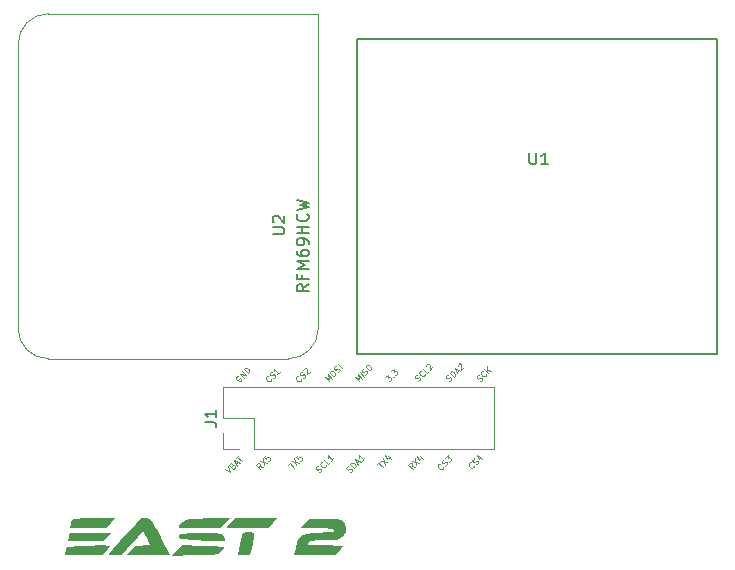
<source format=gbr>
%TF.GenerationSoftware,KiCad,Pcbnew,(6.0.7)*%
%TF.CreationDate,2023-04-01T23:13:22-04:00*%
%TF.ProjectId,EAST_GPS,45415354-5f47-4505-932e-6b696361645f,rev?*%
%TF.SameCoordinates,Original*%
%TF.FileFunction,Legend,Top*%
%TF.FilePolarity,Positive*%
%FSLAX46Y46*%
G04 Gerber Fmt 4.6, Leading zero omitted, Abs format (unit mm)*
G04 Created by KiCad (PCBNEW (6.0.7)) date 2023-04-01 23:13:22*
%MOMM*%
%LPD*%
G01*
G04 APERTURE LIST*
%ADD10C,0.150000*%
%ADD11C,0.125000*%
%ADD12C,0.300000*%
%ADD13C,0.120000*%
G04 APERTURE END LIST*
D10*
X143002000Y-84836000D02*
X173482000Y-84836000D01*
X173482000Y-84836000D02*
X173482000Y-111506000D01*
X173482000Y-111506000D02*
X143002000Y-111506000D01*
X143002000Y-111506000D02*
X143002000Y-84836000D01*
D11*
X150317784Y-121054353D02*
X150317784Y-121088025D01*
X150284112Y-121155368D01*
X150250441Y-121189040D01*
X150183097Y-121222712D01*
X150115754Y-121222712D01*
X150065246Y-121205876D01*
X149981067Y-121155368D01*
X149930559Y-121104861D01*
X149880051Y-121020681D01*
X149863216Y-120970174D01*
X149863216Y-120902830D01*
X149896887Y-120835487D01*
X149930559Y-120801815D01*
X149997903Y-120768143D01*
X150031574Y-120768143D01*
X150469307Y-120936502D02*
X150536651Y-120902830D01*
X150620830Y-120818651D01*
X150637666Y-120768143D01*
X150637666Y-120734471D01*
X150620830Y-120683964D01*
X150587158Y-120650292D01*
X150536651Y-120633456D01*
X150502979Y-120633456D01*
X150452471Y-120650292D01*
X150368292Y-120700800D01*
X150317784Y-120717635D01*
X150284112Y-120717635D01*
X150233605Y-120700800D01*
X150199933Y-120667128D01*
X150183097Y-120616620D01*
X150183097Y-120582948D01*
X150199933Y-120532441D01*
X150284112Y-120448261D01*
X150351456Y-120414590D01*
X150452471Y-120279903D02*
X150671338Y-120061036D01*
X150688174Y-120313574D01*
X150738681Y-120263067D01*
X150789189Y-120246231D01*
X150822861Y-120246231D01*
X150873368Y-120263067D01*
X150957548Y-120347246D01*
X150974383Y-120397754D01*
X150974383Y-120431425D01*
X150957548Y-120481933D01*
X150856532Y-120582948D01*
X150806025Y-120599784D01*
X150772353Y-120599784D01*
X148194649Y-113762360D02*
X148261992Y-113728688D01*
X148346172Y-113644509D01*
X148363008Y-113594001D01*
X148363008Y-113560330D01*
X148346172Y-113509822D01*
X148312500Y-113476150D01*
X148261992Y-113459314D01*
X148228321Y-113459314D01*
X148177813Y-113476150D01*
X148093634Y-113526658D01*
X148043126Y-113543494D01*
X148009454Y-113543494D01*
X147958947Y-113526658D01*
X147925275Y-113492986D01*
X147908439Y-113442478D01*
X147908439Y-113408807D01*
X147925275Y-113358299D01*
X148009454Y-113274120D01*
X148076798Y-113240448D01*
X148733397Y-113189940D02*
X148733397Y-113223612D01*
X148699725Y-113290956D01*
X148666053Y-113324627D01*
X148598710Y-113358299D01*
X148531366Y-113358299D01*
X148480859Y-113341463D01*
X148396679Y-113290956D01*
X148346172Y-113240448D01*
X148295664Y-113156269D01*
X148278828Y-113105761D01*
X148278828Y-113038417D01*
X148312500Y-112971074D01*
X148346172Y-112937402D01*
X148413515Y-112903730D01*
X148447187Y-112903730D01*
X149086950Y-112903730D02*
X148918591Y-113072089D01*
X148565038Y-112718536D01*
X148868084Y-112482834D02*
X148868084Y-112449162D01*
X148884920Y-112398654D01*
X148969099Y-112314475D01*
X149019607Y-112297639D01*
X149053278Y-112297639D01*
X149103786Y-112314475D01*
X149137458Y-112348147D01*
X149171130Y-112415490D01*
X149171130Y-112819551D01*
X149389996Y-112600685D01*
X135009856Y-121037225D02*
X134723646Y-120986717D01*
X134807825Y-121239255D02*
X134454272Y-120885702D01*
X134588959Y-120751015D01*
X134639467Y-120734179D01*
X134673138Y-120734179D01*
X134723646Y-120751015D01*
X134774154Y-120801522D01*
X134790990Y-120852030D01*
X134790990Y-120885702D01*
X134774154Y-120936209D01*
X134639467Y-121070896D01*
X134774154Y-120565820D02*
X135363409Y-120683671D01*
X135009856Y-120330118D02*
X135127707Y-120919374D01*
X135312902Y-120027072D02*
X135144543Y-120195431D01*
X135296066Y-120380625D01*
X135296066Y-120346954D01*
X135312902Y-120296446D01*
X135397081Y-120212267D01*
X135447589Y-120195431D01*
X135481261Y-120195431D01*
X135531768Y-120212267D01*
X135615948Y-120296446D01*
X135632783Y-120346954D01*
X135632783Y-120380625D01*
X135615948Y-120431133D01*
X135531768Y-120515312D01*
X135481261Y-120532148D01*
X135447589Y-120532148D01*
X132903849Y-113325797D02*
X132853341Y-113342633D01*
X132802834Y-113393140D01*
X132769162Y-113460484D01*
X132769162Y-113527827D01*
X132785998Y-113578335D01*
X132836505Y-113662514D01*
X132887013Y-113713022D01*
X132971192Y-113763530D01*
X133021700Y-113780365D01*
X133089043Y-113780365D01*
X133156387Y-113746694D01*
X133190059Y-113713022D01*
X133223730Y-113645678D01*
X133223730Y-113612007D01*
X133105879Y-113494156D01*
X133038536Y-113561499D01*
X133408925Y-113494156D02*
X133055372Y-113140602D01*
X133610956Y-113292125D01*
X133257402Y-112938572D01*
X133779314Y-113123766D02*
X133425761Y-112770213D01*
X133509940Y-112686034D01*
X133577284Y-112652362D01*
X133644627Y-112652362D01*
X133695135Y-112669198D01*
X133779314Y-112719705D01*
X133829822Y-112770213D01*
X133880330Y-112854392D01*
X133897165Y-112904900D01*
X133897165Y-112972243D01*
X133863494Y-113039587D01*
X133779314Y-113123766D01*
X143165156Y-113796324D02*
X142811603Y-113442771D01*
X143181992Y-113577458D01*
X143047305Y-113207069D01*
X143400859Y-113560622D01*
X143569217Y-113392263D02*
X143215664Y-113038710D01*
X143703904Y-113223904D02*
X143771248Y-113190233D01*
X143855427Y-113106053D01*
X143872263Y-113055546D01*
X143872263Y-113021874D01*
X143855427Y-112971366D01*
X143821756Y-112937695D01*
X143771248Y-112920859D01*
X143737576Y-112920859D01*
X143687069Y-112937695D01*
X143602889Y-112988202D01*
X143552382Y-113005038D01*
X143518710Y-113005038D01*
X143468202Y-112988202D01*
X143434530Y-112954530D01*
X143417695Y-112904023D01*
X143417695Y-112870351D01*
X143434530Y-112819843D01*
X143518710Y-112735664D01*
X143586053Y-112701992D01*
X143788084Y-112466290D02*
X143855427Y-112398947D01*
X143905935Y-112382111D01*
X143973278Y-112382111D01*
X144057458Y-112432618D01*
X144175309Y-112550469D01*
X144225817Y-112634649D01*
X144225817Y-112701992D01*
X144208981Y-112752500D01*
X144141637Y-112819843D01*
X144091130Y-112836679D01*
X144023786Y-112836679D01*
X143939607Y-112786172D01*
X143821756Y-112668321D01*
X143771248Y-112584141D01*
X143771248Y-112516798D01*
X143788084Y-112466290D01*
X144707454Y-120792520D02*
X144909485Y-120590489D01*
X145162023Y-121045058D02*
X144808469Y-120691504D01*
X144993664Y-120506310D02*
X145582920Y-120624161D01*
X145229366Y-120270608D02*
X145347217Y-120859863D01*
X145633427Y-120102249D02*
X145869130Y-120337951D01*
X145414561Y-120051741D02*
X145582920Y-120388459D01*
X145801786Y-120169592D01*
X145384398Y-113460776D02*
X145603264Y-113241910D01*
X145620100Y-113494448D01*
X145670608Y-113443940D01*
X145721115Y-113427104D01*
X145754787Y-113427104D01*
X145805295Y-113443940D01*
X145889474Y-113528120D01*
X145906310Y-113578627D01*
X145906310Y-113612299D01*
X145889474Y-113662807D01*
X145788459Y-113763822D01*
X145737951Y-113780658D01*
X145704279Y-113780658D01*
X146074669Y-113410269D02*
X146108340Y-113410269D01*
X146108340Y-113443940D01*
X146074669Y-113443940D01*
X146074669Y-113410269D01*
X146108340Y-113443940D01*
X145889474Y-112955700D02*
X146108340Y-112736834D01*
X146125176Y-112989372D01*
X146175684Y-112938864D01*
X146226191Y-112922028D01*
X146259863Y-112922028D01*
X146310371Y-112938864D01*
X146394550Y-113023043D01*
X146411386Y-113073551D01*
X146411386Y-113107223D01*
X146394550Y-113157730D01*
X146293535Y-113258746D01*
X146243027Y-113275582D01*
X146209356Y-113275582D01*
X150827831Y-113770778D02*
X150895174Y-113737106D01*
X150979354Y-113652927D01*
X150996190Y-113602419D01*
X150996190Y-113568748D01*
X150979354Y-113518240D01*
X150945682Y-113484568D01*
X150895174Y-113467732D01*
X150861503Y-113467732D01*
X150810995Y-113484568D01*
X150726816Y-113535076D01*
X150676308Y-113551912D01*
X150642636Y-113551912D01*
X150592129Y-113535076D01*
X150558457Y-113501404D01*
X150541621Y-113450896D01*
X150541621Y-113417225D01*
X150558457Y-113366717D01*
X150642636Y-113282538D01*
X150709980Y-113248866D01*
X151198220Y-113434061D02*
X150844667Y-113080507D01*
X150928846Y-112996328D01*
X150996190Y-112962656D01*
X151063533Y-112962656D01*
X151114041Y-112979492D01*
X151198220Y-113029999D01*
X151248728Y-113080507D01*
X151299235Y-113164687D01*
X151316071Y-113215194D01*
X151316071Y-113282538D01*
X151282400Y-113349881D01*
X151198220Y-113434061D01*
X151433922Y-112996328D02*
X151602281Y-112827969D01*
X151501266Y-113131015D02*
X151265564Y-112659610D01*
X151736968Y-112895312D01*
X151518102Y-112474416D02*
X151518102Y-112440744D01*
X151534938Y-112390236D01*
X151619117Y-112306057D01*
X151669625Y-112289221D01*
X151703296Y-112289221D01*
X151753804Y-112306057D01*
X151787476Y-112339729D01*
X151821148Y-112407072D01*
X151821148Y-112811133D01*
X152040014Y-112592267D01*
X153409336Y-113780073D02*
X153476679Y-113746401D01*
X153560859Y-113662222D01*
X153577695Y-113611714D01*
X153577695Y-113578043D01*
X153560859Y-113527535D01*
X153527187Y-113493863D01*
X153476679Y-113477027D01*
X153443008Y-113477027D01*
X153392500Y-113493863D01*
X153308321Y-113544371D01*
X153257813Y-113561207D01*
X153224141Y-113561207D01*
X153173634Y-113544371D01*
X153139962Y-113510699D01*
X153123126Y-113460191D01*
X153123126Y-113426520D01*
X153139962Y-113376012D01*
X153224141Y-113291833D01*
X153291485Y-113258161D01*
X153948084Y-113207653D02*
X153948084Y-113241325D01*
X153914412Y-113308669D01*
X153880740Y-113342340D01*
X153813397Y-113376012D01*
X153746053Y-113376012D01*
X153695546Y-113359176D01*
X153611366Y-113308669D01*
X153560859Y-113258161D01*
X153510351Y-113173982D01*
X153493515Y-113123474D01*
X153493515Y-113056130D01*
X153527187Y-112988787D01*
X153560859Y-112955115D01*
X153628202Y-112921443D01*
X153661874Y-112921443D01*
X154133278Y-113089802D02*
X153779725Y-112736249D01*
X154335309Y-112887772D02*
X153981756Y-112837264D01*
X153981756Y-112534218D02*
X153981756Y-112938279D01*
X138278184Y-113637553D02*
X138278184Y-113671225D01*
X138244512Y-113738568D01*
X138210841Y-113772240D01*
X138143497Y-113805912D01*
X138076154Y-113805912D01*
X138025646Y-113789076D01*
X137941467Y-113738568D01*
X137890959Y-113688061D01*
X137840451Y-113603881D01*
X137823616Y-113553374D01*
X137823616Y-113486030D01*
X137857287Y-113418687D01*
X137890959Y-113385015D01*
X137958303Y-113351343D01*
X137991974Y-113351343D01*
X138429707Y-113519702D02*
X138497051Y-113486030D01*
X138581230Y-113401851D01*
X138598066Y-113351343D01*
X138598066Y-113317671D01*
X138581230Y-113267164D01*
X138547558Y-113233492D01*
X138497051Y-113216656D01*
X138463379Y-113216656D01*
X138412871Y-113233492D01*
X138328692Y-113284000D01*
X138278184Y-113300835D01*
X138244512Y-113300835D01*
X138194005Y-113284000D01*
X138160333Y-113250328D01*
X138143497Y-113199820D01*
X138143497Y-113166148D01*
X138160333Y-113115641D01*
X138244512Y-113031461D01*
X138311856Y-112997790D01*
X138463379Y-112879938D02*
X138463379Y-112846267D01*
X138480215Y-112795759D01*
X138564394Y-112711580D01*
X138614902Y-112694744D01*
X138648574Y-112694744D01*
X138699081Y-112711580D01*
X138732753Y-112745251D01*
X138766425Y-112812595D01*
X138766425Y-113216656D01*
X138985291Y-112997790D01*
X152908584Y-120952753D02*
X152908584Y-120986425D01*
X152874912Y-121053768D01*
X152841241Y-121087440D01*
X152773897Y-121121112D01*
X152706554Y-121121112D01*
X152656046Y-121104276D01*
X152571867Y-121053768D01*
X152521359Y-121003261D01*
X152470851Y-120919081D01*
X152454016Y-120868574D01*
X152454016Y-120801230D01*
X152487687Y-120733887D01*
X152521359Y-120700215D01*
X152588703Y-120666543D01*
X152622374Y-120666543D01*
X153060107Y-120834902D02*
X153127451Y-120801230D01*
X153211630Y-120717051D01*
X153228466Y-120666543D01*
X153228466Y-120632871D01*
X153211630Y-120582364D01*
X153177958Y-120548692D01*
X153127451Y-120531856D01*
X153093779Y-120531856D01*
X153043271Y-120548692D01*
X152959092Y-120599200D01*
X152908584Y-120616035D01*
X152874912Y-120616035D01*
X152824405Y-120599200D01*
X152790733Y-120565528D01*
X152773897Y-120515020D01*
X152773897Y-120481348D01*
X152790733Y-120430841D01*
X152874912Y-120346661D01*
X152942256Y-120312990D01*
X153346317Y-120110959D02*
X153582019Y-120346661D01*
X153127451Y-120060451D02*
X153295809Y-120397169D01*
X153514676Y-120178303D01*
X140625156Y-113796324D02*
X140271603Y-113442771D01*
X140641992Y-113577458D01*
X140507305Y-113207069D01*
X140860859Y-113560622D01*
X140743008Y-112971366D02*
X140810351Y-112904023D01*
X140860859Y-112887187D01*
X140928202Y-112887187D01*
X141012382Y-112937695D01*
X141130233Y-113055546D01*
X141180740Y-113139725D01*
X141180740Y-113207069D01*
X141163904Y-113257576D01*
X141096561Y-113324920D01*
X141046053Y-113341756D01*
X140978710Y-113341756D01*
X140894530Y-113291248D01*
X140776679Y-113173397D01*
X140726172Y-113089217D01*
X140726172Y-113021874D01*
X140743008Y-112971366D01*
X141365935Y-113021874D02*
X141433278Y-112988202D01*
X141517458Y-112904023D01*
X141534294Y-112853515D01*
X141534294Y-112819843D01*
X141517458Y-112769336D01*
X141483786Y-112735664D01*
X141433278Y-112718828D01*
X141399607Y-112718828D01*
X141349099Y-112735664D01*
X141264920Y-112786172D01*
X141214412Y-112803008D01*
X141180740Y-112803008D01*
X141130233Y-112786172D01*
X141096561Y-112752500D01*
X141079725Y-112701992D01*
X141079725Y-112668321D01*
X141096561Y-112617813D01*
X141180740Y-112533634D01*
X141248084Y-112499962D01*
X141736324Y-112685156D02*
X141382771Y-112331603D01*
X139812649Y-121483960D02*
X139879992Y-121450288D01*
X139964172Y-121366109D01*
X139981008Y-121315601D01*
X139981008Y-121281930D01*
X139964172Y-121231422D01*
X139930500Y-121197750D01*
X139879992Y-121180914D01*
X139846321Y-121180914D01*
X139795813Y-121197750D01*
X139711634Y-121248258D01*
X139661126Y-121265094D01*
X139627454Y-121265094D01*
X139576947Y-121248258D01*
X139543275Y-121214586D01*
X139526439Y-121164078D01*
X139526439Y-121130407D01*
X139543275Y-121079899D01*
X139627454Y-120995720D01*
X139694798Y-120962048D01*
X140351397Y-120911540D02*
X140351397Y-120945212D01*
X140317725Y-121012556D01*
X140284053Y-121046227D01*
X140216710Y-121079899D01*
X140149366Y-121079899D01*
X140098859Y-121063063D01*
X140014679Y-121012556D01*
X139964172Y-120962048D01*
X139913664Y-120877869D01*
X139896828Y-120827361D01*
X139896828Y-120760017D01*
X139930500Y-120692674D01*
X139964172Y-120659002D01*
X140031515Y-120625330D01*
X140065187Y-120625330D01*
X140704950Y-120625330D02*
X140536591Y-120793689D01*
X140183038Y-120440136D01*
X141007996Y-120322285D02*
X140805965Y-120524315D01*
X140906981Y-120423300D02*
X140553427Y-120069747D01*
X140570263Y-120153926D01*
X140570263Y-120221269D01*
X140553427Y-120271777D01*
X135738184Y-113637553D02*
X135738184Y-113671225D01*
X135704512Y-113738568D01*
X135670841Y-113772240D01*
X135603497Y-113805912D01*
X135536154Y-113805912D01*
X135485646Y-113789076D01*
X135401467Y-113738568D01*
X135350959Y-113688061D01*
X135300451Y-113603881D01*
X135283616Y-113553374D01*
X135283616Y-113486030D01*
X135317287Y-113418687D01*
X135350959Y-113385015D01*
X135418303Y-113351343D01*
X135451974Y-113351343D01*
X135889707Y-113519702D02*
X135957051Y-113486030D01*
X136041230Y-113401851D01*
X136058066Y-113351343D01*
X136058066Y-113317671D01*
X136041230Y-113267164D01*
X136007558Y-113233492D01*
X135957051Y-113216656D01*
X135923379Y-113216656D01*
X135872871Y-113233492D01*
X135788692Y-113284000D01*
X135738184Y-113300835D01*
X135704512Y-113300835D01*
X135654005Y-113284000D01*
X135620333Y-113250328D01*
X135603497Y-113199820D01*
X135603497Y-113166148D01*
X135620333Y-113115641D01*
X135704512Y-113031461D01*
X135771856Y-112997790D01*
X136445291Y-112997790D02*
X136243261Y-113199820D01*
X136344276Y-113098805D02*
X135990722Y-112745251D01*
X136007558Y-112829431D01*
X136007558Y-112896774D01*
X135990722Y-112947282D01*
X137189054Y-120843320D02*
X137391085Y-120641289D01*
X137643623Y-121095858D02*
X137290069Y-120742304D01*
X137475264Y-120557110D02*
X138064520Y-120674961D01*
X137710966Y-120321408D02*
X137828817Y-120910663D01*
X138014012Y-120018362D02*
X137845653Y-120186721D01*
X137997176Y-120371915D01*
X137997176Y-120338243D01*
X138014012Y-120287736D01*
X138098191Y-120203556D01*
X138148699Y-120186721D01*
X138182371Y-120186721D01*
X138232878Y-120203556D01*
X138317058Y-120287736D01*
X138333894Y-120338243D01*
X138333894Y-120371915D01*
X138317058Y-120422423D01*
X138232878Y-120506602D01*
X138182371Y-120523438D01*
X138148699Y-120523438D01*
X142395031Y-121492378D02*
X142462374Y-121458706D01*
X142546554Y-121374527D01*
X142563390Y-121324019D01*
X142563390Y-121290348D01*
X142546554Y-121239840D01*
X142512882Y-121206168D01*
X142462374Y-121189332D01*
X142428703Y-121189332D01*
X142378195Y-121206168D01*
X142294016Y-121256676D01*
X142243508Y-121273512D01*
X142209836Y-121273512D01*
X142159329Y-121256676D01*
X142125657Y-121223004D01*
X142108821Y-121172496D01*
X142108821Y-121138825D01*
X142125657Y-121088317D01*
X142209836Y-121004138D01*
X142277180Y-120970466D01*
X142765420Y-121155661D02*
X142411867Y-120802107D01*
X142496046Y-120717928D01*
X142563390Y-120684256D01*
X142630733Y-120684256D01*
X142681241Y-120701092D01*
X142765420Y-120751599D01*
X142815928Y-120802107D01*
X142866435Y-120886287D01*
X142883271Y-120936794D01*
X142883271Y-121004138D01*
X142849600Y-121071481D01*
X142765420Y-121155661D01*
X143001122Y-120717928D02*
X143169481Y-120549569D01*
X143068466Y-120852615D02*
X142832764Y-120381210D01*
X143304168Y-120616912D01*
X143607214Y-120313867D02*
X143405183Y-120515897D01*
X143506199Y-120414882D02*
X143152645Y-120061329D01*
X143169481Y-120145508D01*
X143169481Y-120212851D01*
X143152645Y-120263359D01*
X131813549Y-121240425D02*
X132284954Y-121476127D01*
X132049251Y-121004722D01*
X132453312Y-120937379D02*
X132520656Y-120903707D01*
X132554328Y-120903707D01*
X132604835Y-120920543D01*
X132655343Y-120971051D01*
X132672179Y-121021558D01*
X132672179Y-121055230D01*
X132655343Y-121105738D01*
X132520656Y-121240425D01*
X132167103Y-120886871D01*
X132284954Y-120769020D01*
X132335461Y-120752184D01*
X132369133Y-120752184D01*
X132419641Y-120769020D01*
X132453312Y-120802692D01*
X132470148Y-120853200D01*
X132470148Y-120886871D01*
X132453312Y-120937379D01*
X132335461Y-121055230D01*
X132756358Y-120802692D02*
X132924717Y-120634333D01*
X132823702Y-120937379D02*
X132588000Y-120465974D01*
X133059404Y-120701677D01*
X132773194Y-120280780D02*
X132975225Y-120078749D01*
X133227763Y-120533318D02*
X132874209Y-120179764D01*
X147913056Y-121037225D02*
X147626846Y-120986717D01*
X147711025Y-121239255D02*
X147357472Y-120885702D01*
X147492159Y-120751015D01*
X147542667Y-120734179D01*
X147576338Y-120734179D01*
X147626846Y-120751015D01*
X147677354Y-120801522D01*
X147694190Y-120852030D01*
X147694190Y-120885702D01*
X147677354Y-120936209D01*
X147542667Y-121070896D01*
X147677354Y-120565820D02*
X148266609Y-120683671D01*
X147913056Y-120330118D02*
X148030907Y-120919374D01*
X148317117Y-120161759D02*
X148552819Y-120397461D01*
X148098251Y-120111251D02*
X148266609Y-120447969D01*
X148485476Y-120229103D01*
D12*
%TO.C,*%
D10*
%TO.C,U2*%
X135850380Y-101345904D02*
X136659904Y-101345904D01*
X136755142Y-101298285D01*
X136802761Y-101250666D01*
X136850380Y-101155428D01*
X136850380Y-100964952D01*
X136802761Y-100869714D01*
X136755142Y-100822095D01*
X136659904Y-100774476D01*
X135850380Y-100774476D01*
X135945619Y-100345904D02*
X135898000Y-100298285D01*
X135850380Y-100203047D01*
X135850380Y-99964952D01*
X135898000Y-99869714D01*
X135945619Y-99822095D01*
X136040857Y-99774476D01*
X136136095Y-99774476D01*
X136278952Y-99822095D01*
X136850380Y-100393523D01*
X136850380Y-99774476D01*
X138902380Y-105598095D02*
X138426190Y-105931428D01*
X138902380Y-106169523D02*
X137902380Y-106169523D01*
X137902380Y-105788571D01*
X137950000Y-105693333D01*
X137997619Y-105645714D01*
X138092857Y-105598095D01*
X138235714Y-105598095D01*
X138330952Y-105645714D01*
X138378571Y-105693333D01*
X138426190Y-105788571D01*
X138426190Y-106169523D01*
X138378571Y-104836190D02*
X138378571Y-105169523D01*
X138902380Y-105169523D02*
X137902380Y-105169523D01*
X137902380Y-104693333D01*
X138902380Y-104312380D02*
X137902380Y-104312380D01*
X138616666Y-103979047D01*
X137902380Y-103645714D01*
X138902380Y-103645714D01*
X137902380Y-102740952D02*
X137902380Y-102931428D01*
X137950000Y-103026666D01*
X137997619Y-103074285D01*
X138140476Y-103169523D01*
X138330952Y-103217142D01*
X138711904Y-103217142D01*
X138807142Y-103169523D01*
X138854761Y-103121904D01*
X138902380Y-103026666D01*
X138902380Y-102836190D01*
X138854761Y-102740952D01*
X138807142Y-102693333D01*
X138711904Y-102645714D01*
X138473809Y-102645714D01*
X138378571Y-102693333D01*
X138330952Y-102740952D01*
X138283333Y-102836190D01*
X138283333Y-103026666D01*
X138330952Y-103121904D01*
X138378571Y-103169523D01*
X138473809Y-103217142D01*
X138902380Y-102169523D02*
X138902380Y-101979047D01*
X138854761Y-101883809D01*
X138807142Y-101836190D01*
X138664285Y-101740952D01*
X138473809Y-101693333D01*
X138092857Y-101693333D01*
X137997619Y-101740952D01*
X137950000Y-101788571D01*
X137902380Y-101883809D01*
X137902380Y-102074285D01*
X137950000Y-102169523D01*
X137997619Y-102217142D01*
X138092857Y-102264761D01*
X138330952Y-102264761D01*
X138426190Y-102217142D01*
X138473809Y-102169523D01*
X138521428Y-102074285D01*
X138521428Y-101883809D01*
X138473809Y-101788571D01*
X138426190Y-101740952D01*
X138330952Y-101693333D01*
X138902380Y-101264761D02*
X137902380Y-101264761D01*
X138378571Y-101264761D02*
X138378571Y-100693333D01*
X138902380Y-100693333D02*
X137902380Y-100693333D01*
X138807142Y-99645714D02*
X138854761Y-99693333D01*
X138902380Y-99836190D01*
X138902380Y-99931428D01*
X138854761Y-100074285D01*
X138759523Y-100169523D01*
X138664285Y-100217142D01*
X138473809Y-100264761D01*
X138330952Y-100264761D01*
X138140476Y-100217142D01*
X138045238Y-100169523D01*
X137950000Y-100074285D01*
X137902380Y-99931428D01*
X137902380Y-99836190D01*
X137950000Y-99693333D01*
X137997619Y-99645714D01*
X137902380Y-99312380D02*
X138902380Y-99074285D01*
X138188095Y-98883809D01*
X138902380Y-98693333D01*
X137902380Y-98455238D01*
%TO.C,J1*%
X130101380Y-117254533D02*
X130815666Y-117254533D01*
X130958523Y-117302152D01*
X131053761Y-117397390D01*
X131101380Y-117540247D01*
X131101380Y-117635485D01*
X131101380Y-116254533D02*
X131101380Y-116825961D01*
X131101380Y-116540247D02*
X130101380Y-116540247D01*
X130244238Y-116635485D01*
X130339476Y-116730723D01*
X130387095Y-116825961D01*
%TO.C,U1*%
X157607095Y-94435280D02*
X157607095Y-95244804D01*
X157654714Y-95340042D01*
X157702333Y-95387661D01*
X157797571Y-95435280D01*
X157988047Y-95435280D01*
X158083285Y-95387661D01*
X158130904Y-95340042D01*
X158178523Y-95244804D01*
X158178523Y-94435280D01*
X159178523Y-95435280D02*
X158607095Y-95435280D01*
X158892809Y-95435280D02*
X158892809Y-94435280D01*
X158797571Y-94578138D01*
X158702333Y-94673376D01*
X158607095Y-94720995D01*
%TO.C,*%
G36*
X131376659Y-126252940D02*
G01*
X129619300Y-126252940D01*
X129031431Y-126252079D01*
X128592338Y-126248305D01*
X128281465Y-126239831D01*
X128078260Y-126224871D01*
X127962169Y-126201637D01*
X127912636Y-126168344D01*
X127909108Y-126123205D01*
X127914761Y-126104774D01*
X128038345Y-125871967D01*
X128244962Y-125693294D01*
X128491627Y-125564048D01*
X128631560Y-125509947D01*
X128797378Y-125469842D01*
X129015526Y-125441702D01*
X129312451Y-125423493D01*
X129714597Y-125413183D01*
X130248412Y-125408741D01*
X130520444Y-125408133D01*
X132210595Y-125406274D01*
X131376659Y-126252940D01*
G37*
G36*
X130677361Y-126614925D02*
G01*
X130980199Y-126624852D01*
X131101012Y-126636074D01*
X131447603Y-126735528D01*
X131700493Y-126902925D01*
X131827299Y-127113968D01*
X131835960Y-127187572D01*
X131839001Y-127239056D01*
X131835577Y-127278859D01*
X131806873Y-127307709D01*
X131734070Y-127326330D01*
X131598351Y-127335449D01*
X131380899Y-127335793D01*
X131062896Y-127328088D01*
X130625526Y-127313059D01*
X130049971Y-127291433D01*
X129592294Y-127274162D01*
X128938302Y-127238371D01*
X128450418Y-127185961D01*
X128126192Y-127116491D01*
X127963172Y-127029518D01*
X127941294Y-126976553D01*
X127915217Y-126879544D01*
X127894478Y-126822123D01*
X127901379Y-126775786D01*
X127976025Y-126739225D01*
X128139309Y-126709690D01*
X128412120Y-126684432D01*
X128815350Y-126660701D01*
X129282925Y-126639394D01*
X129790587Y-126622266D01*
X130268111Y-126614086D01*
X130677361Y-126614925D01*
G37*
G36*
X120365081Y-126609832D02*
G01*
X120452208Y-126610933D01*
X122137309Y-126633940D01*
X121812116Y-126993774D01*
X121486923Y-127353607D01*
X118524448Y-127353607D01*
X118582793Y-127036107D01*
X118636254Y-126812882D01*
X118693760Y-126667062D01*
X118704122Y-126653267D01*
X118804451Y-126634392D01*
X119047392Y-126619965D01*
X119406263Y-126610632D01*
X119854386Y-126607039D01*
X120365081Y-126609832D01*
G37*
G36*
X125263076Y-125337249D02*
G01*
X125486433Y-125416750D01*
X125500718Y-125427440D01*
X125578715Y-125532934D01*
X125718722Y-125764833D01*
X125906737Y-126098227D01*
X126128761Y-126508206D01*
X126370791Y-126969860D01*
X126404915Y-127036107D01*
X127177322Y-128538940D01*
X123430028Y-128538940D01*
X123801827Y-128126322D01*
X124173627Y-127713704D01*
X125477855Y-127649940D01*
X125206741Y-127081176D01*
X125071023Y-126807263D01*
X124961040Y-126605087D01*
X124897679Y-126512670D01*
X124893294Y-126510610D01*
X124826192Y-126570511D01*
X124668235Y-126737145D01*
X124439120Y-126988983D01*
X124158544Y-127304494D01*
X123966310Y-127523874D01*
X123081659Y-128538940D01*
X122501009Y-128538940D01*
X122198002Y-128536213D01*
X122034850Y-128521072D01*
X121982086Y-128483076D01*
X122010244Y-128411785D01*
X122035804Y-128374118D01*
X122154368Y-128223107D01*
X122358972Y-127981399D01*
X122629407Y-127671272D01*
X122945465Y-127315003D01*
X123286936Y-126934871D01*
X123633613Y-126553151D01*
X123965285Y-126192124D01*
X124261745Y-125874064D01*
X124502783Y-125621252D01*
X124668192Y-125455963D01*
X124731882Y-125402034D01*
X124982095Y-125331370D01*
X125263076Y-125337249D01*
G37*
G36*
X130004136Y-127733242D02*
G01*
X130604200Y-127754422D01*
X131054900Y-127773152D01*
X131376137Y-127791901D01*
X131587810Y-127813137D01*
X131709817Y-127839328D01*
X131762057Y-127872940D01*
X131764431Y-127916443D01*
X131749465Y-127949689D01*
X131627763Y-128098904D01*
X131433302Y-128269448D01*
X131391632Y-128300219D01*
X131295784Y-128363850D01*
X131194199Y-128412431D01*
X131063142Y-128448378D01*
X130878876Y-128474106D01*
X130617666Y-128492031D01*
X130255778Y-128504568D01*
X129769474Y-128514134D01*
X129211294Y-128522126D01*
X127306294Y-128547646D01*
X127741303Y-128109291D01*
X128176313Y-127670937D01*
X130004136Y-127733242D01*
G37*
G36*
X134048786Y-126592227D02*
G01*
X134189072Y-126613179D01*
X134261484Y-126683103D01*
X134276027Y-126830638D01*
X134242703Y-127084425D01*
X134171516Y-127473102D01*
X134160054Y-127534754D01*
X134082049Y-127956872D01*
X134020750Y-128240774D01*
X133956949Y-128413725D01*
X133871435Y-128502991D01*
X133745001Y-128535837D01*
X133558436Y-128539528D01*
X133452574Y-128538940D01*
X132963932Y-128538940D01*
X133118501Y-127643653D01*
X133186231Y-127269274D01*
X133248663Y-126956123D01*
X133297816Y-126742475D01*
X133321512Y-126669986D01*
X133426683Y-126626421D01*
X133645479Y-126597962D01*
X133830624Y-126591607D01*
X134048786Y-126592227D01*
G37*
G36*
X121933629Y-127711657D02*
G01*
X122085559Y-127742387D01*
X122099294Y-127759312D01*
X122043288Y-127849939D01*
X121897961Y-128016881D01*
X121736255Y-128182645D01*
X121373217Y-128538940D01*
X119825550Y-128538940D01*
X119278269Y-128537876D01*
X118878358Y-128533244D01*
X118603860Y-128522887D01*
X118432818Y-128504646D01*
X118343276Y-128476364D01*
X118313276Y-128435882D01*
X118318052Y-128390774D01*
X118367759Y-128192041D01*
X118406712Y-128023021D01*
X118455203Y-127803436D01*
X119663415Y-127748165D01*
X120478401Y-127715115D01*
X121129079Y-127698017D01*
X121614479Y-127696866D01*
X121933629Y-127711657D01*
G37*
G36*
X140275581Y-125432207D02*
G01*
X140777383Y-125440628D01*
X141140008Y-125453618D01*
X141393608Y-125475018D01*
X141568339Y-125508673D01*
X141694353Y-125558425D01*
X141799581Y-125626460D01*
X141994555Y-125868444D01*
X142076873Y-126185004D01*
X142041682Y-126520128D01*
X141901045Y-126797073D01*
X141726261Y-126980629D01*
X141516259Y-127111504D01*
X141241023Y-127197608D01*
X140870540Y-127246852D01*
X140374795Y-127267145D01*
X140110613Y-127268940D01*
X139617427Y-127275190D01*
X139269892Y-127297850D01*
X139044657Y-127342786D01*
X138918367Y-127415862D01*
X138867670Y-127522944D01*
X138863294Y-127582207D01*
X138899079Y-127623590D01*
X139019173Y-127653819D01*
X139242681Y-127674312D01*
X139588709Y-127686489D01*
X140076362Y-127691769D01*
X140344960Y-127692274D01*
X140824595Y-127695900D01*
X141239508Y-127705961D01*
X141562605Y-127721232D01*
X141766791Y-127740486D01*
X141826627Y-127759312D01*
X141770621Y-127849939D01*
X141625295Y-128016881D01*
X141463589Y-128182645D01*
X141100551Y-128538940D01*
X137704081Y-128538940D01*
X137819008Y-127925107D01*
X137914239Y-127502098D01*
X138036055Y-127182161D01*
X138207976Y-126950388D01*
X138453523Y-126791872D01*
X138796215Y-126691707D01*
X139259574Y-126634985D01*
X139867118Y-126606800D01*
X139900460Y-126605905D01*
X140365670Y-126592075D01*
X140687638Y-126576340D01*
X140892440Y-126554406D01*
X141006148Y-126521977D01*
X141054839Y-126474759D01*
X141064627Y-126414154D01*
X141055226Y-126354814D01*
X141011141Y-126312123D01*
X140908551Y-126283355D01*
X140723631Y-126265784D01*
X140432561Y-126256684D01*
X140011516Y-126253330D01*
X139655661Y-126252940D01*
X138246695Y-126252940D01*
X138618494Y-125834373D01*
X138990294Y-125415806D01*
X140275581Y-125432207D01*
G37*
G36*
X120714942Y-125406274D02*
G01*
X122536512Y-125406274D01*
X121802960Y-126245316D01*
X118699172Y-126252940D01*
X118754554Y-125977774D01*
X118789148Y-125790563D01*
X118822077Y-125649154D01*
X118875210Y-125547169D01*
X118970413Y-125478235D01*
X119129554Y-125435977D01*
X119374501Y-125414019D01*
X119727122Y-125405987D01*
X120209283Y-125405505D01*
X120714942Y-125406274D01*
G37*
G36*
X135518960Y-126245316D02*
G01*
X133719794Y-126249128D01*
X133188459Y-126248425D01*
X132719342Y-126244303D01*
X132337030Y-126237271D01*
X132066114Y-126227832D01*
X131931180Y-126216494D01*
X131920627Y-126212094D01*
X131974609Y-126134482D01*
X132115263Y-125972914D01*
X132287114Y-125788760D01*
X132653600Y-125406274D01*
X136252512Y-125406274D01*
X135518960Y-126245316D01*
G37*
D13*
%TO.C,U2*%
X127020000Y-111885000D02*
X116860000Y-111885000D01*
X139085000Y-82675000D02*
X116860000Y-82675000D01*
X114320000Y-85215000D02*
X114320000Y-109345000D01*
X139720000Y-109345000D02*
X139720000Y-82675000D01*
X139085000Y-82675000D02*
X139720000Y-82675000D01*
X127020000Y-111885000D02*
X137180000Y-111885000D01*
X116860000Y-82675000D02*
G75*
G03*
X114320000Y-85215000I1J-2540001D01*
G01*
X114320000Y-109345000D02*
G75*
G03*
X116860000Y-111885000I2540000J0D01*
G01*
X137180000Y-111885000D02*
G75*
G03*
X139720000Y-109345000I0J2540000D01*
G01*
%TO.C,J1*%
X134249000Y-116921200D02*
X131649000Y-116921200D01*
X134249000Y-119521200D02*
X134249000Y-116921200D01*
X134249000Y-119521200D02*
X154629000Y-119521200D01*
X131649000Y-114321200D02*
X154629000Y-114321200D01*
X131649000Y-119521200D02*
X131649000Y-118191200D01*
X131649000Y-116921200D02*
X131649000Y-114321200D01*
X154629000Y-119521200D02*
X154629000Y-114321200D01*
X132979000Y-119521200D02*
X131649000Y-119521200D01*
%TD*%
M02*

</source>
